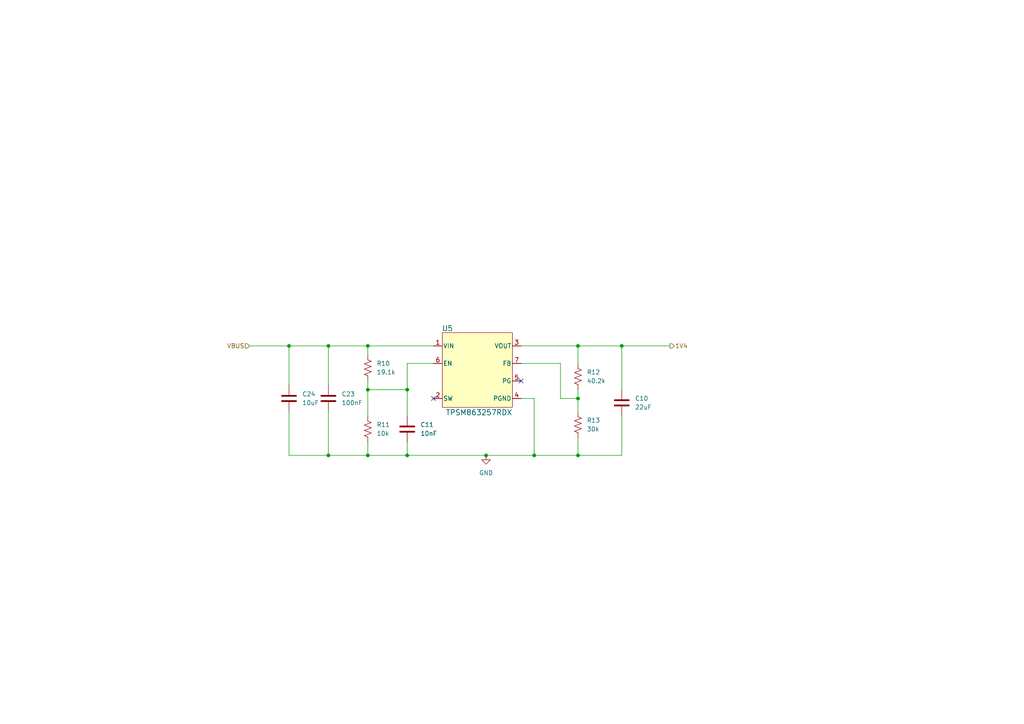
<source format=kicad_sch>
(kicad_sch (version 20231120) (generator "eeschema") (generator_version "8.0")
  (paper "A4")
  (title_block (title "NerdNOS") (date "2024-04-05") (rev "1"))
  (lib_symbols
    (symbol "Device:C" (pin_numbers hide) (pin_names (offset 0.254))
      (property "Reference" "C" (at 0.635 2.54 0))
      (property "Value" "C" (at 0.635 -2.54 0))
      (symbol "C_0_1"
        (polyline (pts (xy -2.032 -0.762) (xy 2.032 -0.762)) (stroke (width 0.508)))
        (polyline (pts (xy -2.032 0.762) (xy 2.032 0.762)) (stroke (width 0.508)))
      )
      (symbol "C_1_1"
        (pin passive line (at 0 3.81 270) (length 2.794) (name "~") (number "1"))
        (pin passive line (at 0 -3.81 90) (length 2.794) (name "~") (number "2"))
      )
    )
    (symbol "Device:R_US" (pin_numbers hide) (pin_names (offset 0))
      (property "Reference" "R" (at 2.54 0 90))
      (property "Value" "R_US" (at -2.54 0 90))
      (symbol "R_US_0_1"
        (polyline (pts (xy 0 -2.286) (xy 0 -2.54)))
        (polyline (pts (xy 0 2.286) (xy 0 2.54)))
        (polyline (pts (xy 0 -0.762) (xy 1.016 -1.143) (xy 0 -1.524) (xy -1.016 -1.905) (xy 0 -2.286)))
        (polyline (pts (xy 0 0.762) (xy 1.016 0.381) (xy 0 0) (xy -1.016 -0.381) (xy 0 -0.762)))
        (polyline (pts (xy 0 2.286) (xy 1.016 1.905) (xy 0 1.524) (xy -1.016 1.143) (xy 0 0.762)))
      )
      (symbol "R_US_1_1"
        (pin passive line (at 0 3.81 270) (length 1.27) (name "~") (number "1"))
        (pin passive line (at 0 -3.81 90) (length 1.27) (name "~") (number "2"))
      )
    )
    (symbol "bitaxe:TPSM863257RDX" (pin_names (offset 0.254))
      (property "Reference" "U5" (at -9.144 11.684 0))
      (property "Value" "TPSM863257RDX" (at 4.064 -13.208 0))
      (symbol "TPSM863257RDX_0_1"
        (pin power_in line (at -12.7 6.35 0) (length 2.54) (name "VIN") (number "1"))
        (pin unspecified line (at -12.7 -8.89 0) (length 2.54) (name "SW") (number "2"))
        (pin power_in line (at 12.7 -8.89 180) (length 2.54) (name "PGND") (number "4"))
        (pin open_collector line (at 12.7 -3.81 180) (length 2.54) (name "PG") (number "5"))
        (pin input line (at -12.7 1.27 0) (length 2.54) (name "EN") (number "6"))
        (pin unspecified line (at 12.7 1.27 180) (length 2.54) (name "FB") (number "7"))
      )
      (symbol "TPSM863257RDX_1_1"
        (rectangle (start -10.16 10.16) (end 10.16 -11.43) (fill (type background)))
        (pin power_out line (at 12.7 6.35 180) (length 2.54) (name "VOUT") (number "3"))
      )
    )
    (symbol "power:GND" (power) (pin_numbers hide) (pin_names (offset 0) hide)
      (property "Value" "GND" (at 0 -3.81 0))
      (symbol "GND_0_1"
        (polyline (pts (xy 0 0) (xy 0 -1.27) (xy 1.27 -1.27) (xy 0 -2.54) (xy -1.27 -1.27) (xy 0 -1.27)))
      )
      (symbol "GND_1_1"
        (pin power_in line (at 0 0 270) (length 0) (name "~") (number "1"))
      )
    )
  )
  (junction (at 167.64 100.33))
  (junction (at 95.25 132.08))
  (junction (at 106.68 113.03))
  (junction (at 95.25 100.33))
  (junction (at 106.68 132.08))
  (junction (at 154.94 132.08))
  (junction (at 118.11 113.03))
  (junction (at 180.34 100.33))
  (junction (at 167.64 115.57))
  (junction (at 140.97 132.08))
  (junction (at 83.82 100.33))
  (junction (at 167.64 132.08))
  (junction (at 118.11 132.08))
  (junction (at 106.68 100.33))
  (no_connect (at 125.73 115.57))
  (no_connect (at 151.13 110.49))
  (wire (pts (xy 95.25 100.33) (xy 95.25 111.76)))
  (wire (pts (xy 167.64 132.08) (xy 180.34 132.08)))
  (wire (pts (xy 83.82 119.38) (xy 83.82 132.08)))
  (wire (pts (xy 118.11 113.03) (xy 118.11 120.65)))
  (wire (pts (xy 162.56 115.57) (xy 162.56 105.41)))
  (wire (pts (xy 162.56 105.41) (xy 151.13 105.41)))
  (wire (pts (xy 154.94 132.08) (xy 167.64 132.08)))
  (wire (pts (xy 167.64 100.33) (xy 151.13 100.33)))
  (wire (pts (xy 83.82 100.33) (xy 83.82 111.76)))
  (wire (pts (xy 180.34 100.33) (xy 167.64 100.33)))
  (wire (pts (xy 95.25 100.33) (xy 106.68 100.33)))
  (wire (pts (xy 106.68 113.03) (xy 118.11 113.03)))
  (wire (pts (xy 95.25 132.08) (xy 106.68 132.08)))
  (wire (pts (xy 180.34 113.03) (xy 180.34 100.33)))
  (wire (pts (xy 167.64 105.41) (xy 167.64 100.33)))
  (wire (pts (xy 83.82 132.08) (xy 95.25 132.08)))
  (wire (pts (xy 95.25 119.38) (xy 95.25 132.08)))
  (wire (pts (xy 118.11 132.08) (xy 140.97 132.08)))
  (wire (pts (xy 167.64 115.57) (xy 167.64 119.38)))
  (wire (pts (xy 118.11 128.27) (xy 118.11 132.08)))
  (wire (pts (xy 72.39 100.33) (xy 83.82 100.33)))
  (wire (pts (xy 180.34 100.33) (xy 194.31 100.33)))
  (wire (pts (xy 106.68 128.27) (xy 106.68 132.08)))
  (wire (pts (xy 118.11 105.41) (xy 118.11 113.03)))
  (wire (pts (xy 167.64 113.03) (xy 167.64 115.57)))
  (wire (pts (xy 140.97 132.08) (xy 154.94 132.08)))
  (wire (pts (xy 83.82 100.33) (xy 95.25 100.33)))
  (wire (pts (xy 106.68 132.08) (xy 118.11 132.08)))
  (wire (pts (xy 167.64 115.57) (xy 162.56 115.57)))
  (wire (pts (xy 118.11 105.41) (xy 125.73 105.41)))
  (wire (pts (xy 167.64 127) (xy 167.64 132.08)))
  (wire (pts (xy 106.68 113.03) (xy 106.68 120.65)))
  (wire (pts (xy 154.94 115.57) (xy 151.13 115.57)))
  (wire (pts (xy 180.34 132.08) (xy 180.34 120.65)))
  (wire (pts (xy 106.68 100.33) (xy 106.68 102.87)))
  (wire (pts (xy 106.68 110.49) (xy 106.68 113.03)))
  (wire (pts (xy 154.94 115.57) (xy 154.94 132.08)))
  (wire (pts (xy 125.73 100.33) (xy 106.68 100.33)))
  (hierarchical_label "1V4" (shape output) (at 194.31 100.33 0))
  (hierarchical_label "VBUS" (shape input) (at 72.39 100.33 180))
  (symbol (lib_id "Device:C") (at 180.34 116.84 0) (unit 1)
    (property "Reference" "C10" (at 184.15 115.5699 0) (effects (justify left)))
    (property "Value" "22uF" (at 184.15 118.1099 0) (effects (justify left)))
    (property "Footprint" "Capacitor_SMD:C_0603_1608Metric" (effects (hide yes)))
    (property "Description" "Unpolarized capacitor" (effects (hide yes)))
    (property "PARTNO" "GRM21BR60J226ME39L" (effects (hide yes)))
    (property "DK" "490-7611-2-ND" (effects (hide yes)))
  )
  (symbol (lib_id "power:GND") (at 140.97 132.08 0) (unit 1)
    (property "Reference" "#PWR016" (effects (hide yes)))
    (property "Value" "GND" (at 140.97 137.16 0))
    (property "Description" "Power symbol creates a global label with name \"GND\" , ground" (effects (hide yes)))
  )
  (symbol (lib_id "Device:C") (at 118.11 124.46 0) (unit 1)
    (property "Reference" "C11" (at 121.92 123.1899 0) (effects (justify left)))
    (property "Value" "10nF" (at 121.92 125.7299 0) (effects (justify left)))
    (property "Footprint" "Capacitor_SMD:C_0402_1005Metric" (effects (hide yes)))
    (property "Description" "Unpolarized capacitor" (effects (hide yes)))
    (property "PARTNO" "C0402C103K8RAC7867" (effects (hide yes)))
    (property "DK" "399-C0402C103K8RAC7867CT-ND" (effects (hide yes)))
  )
  (symbol (lib_id "Device:C") (at 95.25 115.57 0) (unit 1)
    (property "Reference" "C23" (at 99.06 114.2999 0) (effects (justify left)))
    (property "Value" "100nF" (at 99.06 116.8399 0) (effects (justify left)))
    (property "Footprint" "Capacitor_SMD:C_0402_1005Metric" (effects (hide yes)))
    (property "Description" "Unpolarized capacitor" (effects (hide yes)))
    (property "PARTNO" "KGM05AR71C104KH" (effects (hide yes)))
    (property "DK" "478-KGM05AR71C104KHCT-ND" (effects (hide yes)))
  )
  (symbol (lib_id "Device:R_US") (at 106.68 106.68 0) (unit 1)
    (property "Reference" "R10" (at 109.22 105.4099 0) (effects (justify left)))
    (property "Value" "19.1k" (at 109.22 107.9499 0) (effects (justify left)))
    (property "Footprint" "Resistor_SMD:R_0402_1005Metric" (effects (hide yes)))
    (property "Description" "Resistor, US symbol" (effects (hide yes)))
    (property "PARTNO" "CRCW040219K1FKED" (effects (hide yes)))
  )
  (symbol (lib_id "bitaxe:TPSM863257RDX") (at 138.43 106.68 0) (unit 1)
    (property "Reference" "U5" (at 129.794 95.25 0) (effects (font (size 1.524 1.524))))
    (property "Value" "TPSM863257RDX" (at 138.938 119.634 0) (effects (font (size 1.524 1.524))))
    (property "Footprint" "bitaxe:TPSM863257RDX" (effects (hide yes)))
    (property "Datasheet" "https://www.ti.com/lit/ds/symlink/tpsm863257.pdf" (effects (hide yes)))
    (property "DK" "296-TPSM863257RDXRCT-ND" (effects (hide yes)))
    (property "PARTNO" "TPSM863257RDXR" (effects (hide yes)))
  )
  (symbol (lib_id "Device:C") (at 83.82 115.57 0) (unit 1)
    (property "Reference" "C24" (at 87.63 114.2999 0) (effects (justify left)))
    (property "Value" "10uF" (at 87.63 116.8399 0) (effects (justify left)))
    (property "Footprint" "Capacitor_SMD:C_0805_2012Metric" (effects (hide yes)))
    (property "Description" "Unpolarized capacitor" (effects (hide yes)))
    (property "PARTNO" "C0805C106K8PACTU" (effects (hide yes)))
  )
  (symbol (lib_id "Device:R_US") (at 167.64 123.19 0) (unit 1)
    (property "Reference" "R13" (at 170.18 121.9199 0) (effects (justify left)))
    (property "Value" "30k" (at 170.18 124.4599 0) (effects (justify left)))
    (property "Footprint" "Resistor_SMD:R_0603_1608Metric" (effects (hide yes)))
    (property "Description" "Resistor, US symbol" (effects (hide yes)))
    (property "PARTNO" "RC0603FR-0730KL" (effects (hide yes)))
  )
  (symbol (lib_id "Device:R_US") (at 167.64 109.22 0) (unit 1)
    (property "Reference" "R12" (at 170.18 107.9499 0) (effects (justify left)))
    (property "Value" "40.2k" (at 170.18 110.4899 0) (effects (justify left)))
    (property "Footprint" "Resistor_SMD:R_0603_1608Metric" (effects (hide yes)))
    (property "Description" "Resistor, US symbol" (effects (hide yes)))
    (property "PARTNO" "RC0603FR-0740K2L " (effects (hide yes)))
    (property "DK" "311-40.2KHRTR-ND" (effects (hide yes)))
  )
  (symbol (lib_id "Device:R_US") (at 106.68 124.46 0) (unit 1)
    (property "Reference" "R11" (at 109.22 123.1899 0) (effects (justify left)))
    (property "Value" "10k" (at 109.22 125.7299 0) (effects (justify left)))
    (property "Footprint" "Resistor_SMD:R_0402_1005Metric" (effects (hide yes)))
    (property "Description" "Resistor, US symbol" (effects (hide yes)))
    (property "PARTNO" "CRCW040210K0FKED" (effects (hide yes)))
  )
)
</source>
